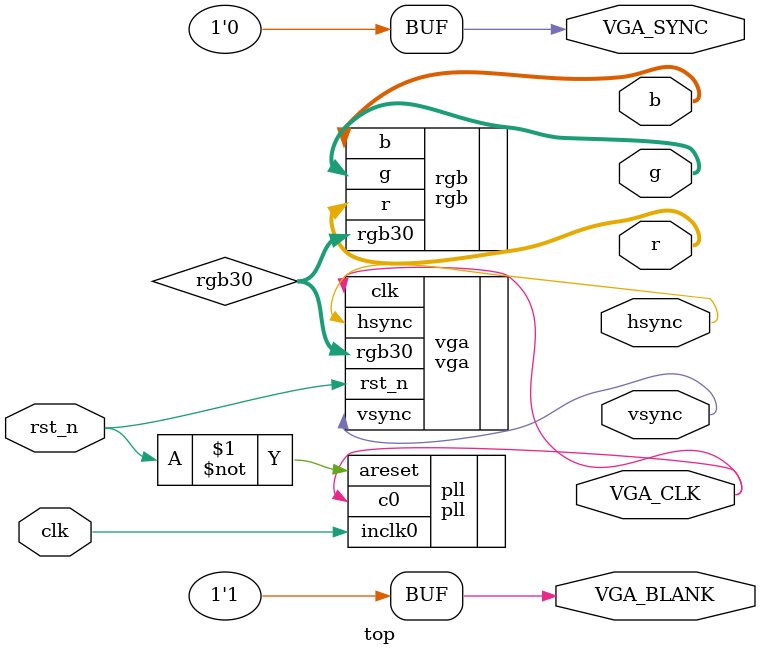
<source format=v>
module top (clk, rst_n, r, g, b, hsync, vsync, VGA_CLK, VGA_BLANK, VGA_SYNC);

	input clk, rst_n;
	
	output [9:0] r, g, b;
	output hsync, vsync;
	output VGA_CLK;
	output VGA_BLANK, VGA_SYNC;
	
	assign VGA_BLANK = 1'b1;
	assign VGA_SYNC = 1'b0;
	
	wire [29:0] rgb30;	

	pll pll (.areset(~rst_n), .inclk0(clk), .c0(VGA_CLK));		// VGA_CLK is 40M clock

	vga vga (.clk(VGA_CLK), .rst_n(rst_n), .rgb30(rgb30), .hsync(hsync), .vsync(vsync));
	
	rgb rgb (.rgb30(rgb30), .r(r), .g(g), .b(b));

endmodule

</source>
